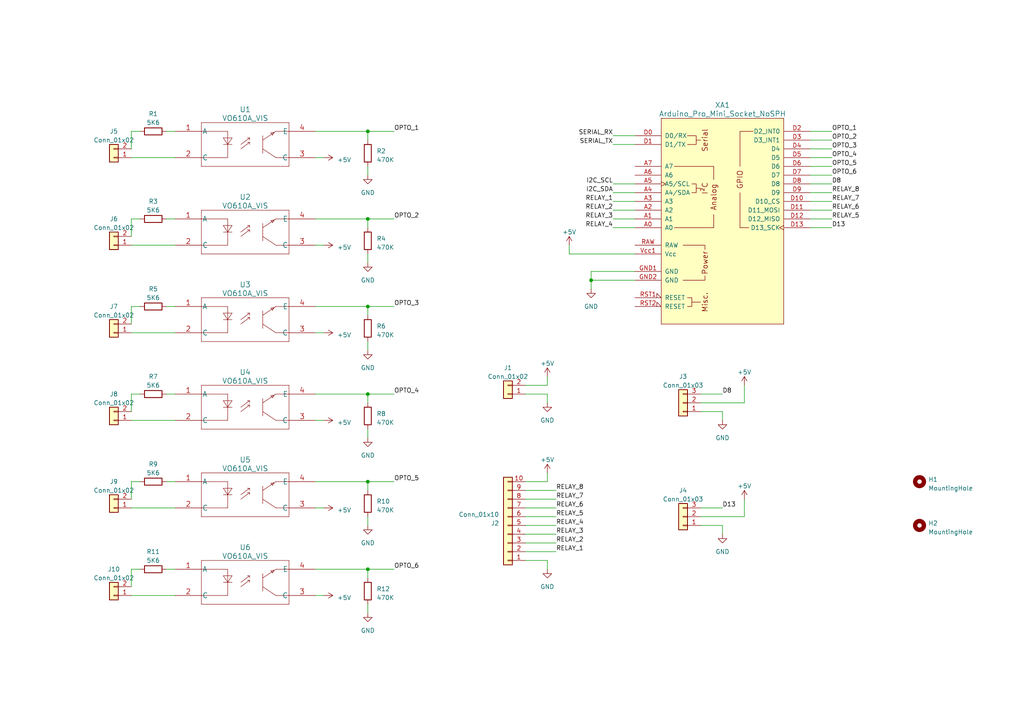
<source format=kicad_sch>
(kicad_sch (version 20230121) (generator eeschema)
  (paper "A4")
  (lib_symbols
    (symbol "2023-05-07_10-35-36:VO610A_VIS" (pin_names (offset 0.254))
      (property "Reference" "U" (at 20.32 7.62 0))
      (property "Value" "VO610A_VIS" (at 20.32 5.08 0))
      (symbol "VO610A_VIS_1_1"
        (polyline (pts (xy 7.62 -10.16) (xy 33.02 -10.16)) (stroke (width 0.127)))
        (polyline (pts (xy 7.62 0) (xy 15.24 0)) (stroke (width 0.127)))
        (polyline (pts (xy 7.62 2.54) (xy 7.62 -10.16)) (stroke (width 0.127)))
        (polyline (pts (xy 13.97 -3.81) (xy 16.51 -3.81)) (stroke (width 0.127)))
        (polyline (pts (xy 13.97 -1.905) (xy 16.51 -1.905)) (stroke (width 0.127)))
        (polyline (pts (xy 15.24 -7.62) (xy 7.62 -7.62)) (stroke (width 0.127)))
        (polyline (pts (xy 15.24 -3.81) (xy 13.97 -1.905)) (stroke (width 0.127)))
        (polyline (pts (xy 15.24 0) (xy 15.24 -7.62)) (stroke (width 0.127)))
        (polyline (pts (xy 16.51 -1.905) (xy 15.24 -3.81)) (stroke (width 0.127)))
        (polyline (pts (xy 19.05 -5.08) (xy 21.59 -3.175)) (stroke (width 0.127)))
        (polyline (pts (xy 19.05 -3.81) (xy 21.59 -1.905)) (stroke (width 0.127)))
        (polyline (pts (xy 21.59 -3.175) (xy 20.955 -3.175)) (stroke (width 0.127)))
        (polyline (pts (xy 21.59 -3.175) (xy 21.59 -3.81)) (stroke (width 0.127)))
        (polyline (pts (xy 21.59 -1.905) (xy 20.955 -1.905)) (stroke (width 0.127)))
        (polyline (pts (xy 21.59 -1.905) (xy 21.59 -2.54)) (stroke (width 0.127)))
        (polyline (pts (xy 25.4 -2.54) (xy 29.21 0)) (stroke (width 0.127)))
        (polyline (pts (xy 25.4 -1.27) (xy 25.4 -6.35)) (stroke (width 0.127)))
        (polyline (pts (xy 28.2448 -1.0922) (xy 27.7622 -0.4572)) (stroke (width 0.127)))
        (polyline (pts (xy 28.7274 -0.3048) (xy 27.7622 -0.4572)) (stroke (width 0.127)))
        (polyline (pts (xy 28.7274 -0.3048) (xy 28.2448 -1.0922)) (stroke (width 0.127)))
        (polyline (pts (xy 29.21 -7.62) (xy 25.4 -5.08)) (stroke (width 0.127)))
        (polyline (pts (xy 33.02 -10.16) (xy 33.02 2.54)) (stroke (width 0.127)))
        (polyline (pts (xy 33.02 -7.62) (xy 29.21 -7.62)) (stroke (width 0.127)))
        (polyline (pts (xy 33.02 0) (xy 29.21 0)) (stroke (width 0.127)))
        (polyline (pts (xy 33.02 2.54) (xy 7.62 2.54)) (stroke (width 0.127)))
        (pin unspecified line (at 0 0 0) (length 7.62) (name "A") (number "1"))
        (pin unspecified line (at 0 -7.62 0) (length 7.62) (name "C") (number "2"))
        (pin unspecified line (at 40.64 -7.62 180) (length 7.62) (name "C") (number "3"))
        (pin unspecified line (at 40.64 0 180) (length 7.62) (name "E") (number "4"))
      )
    )
    (symbol "Connector_Generic:Conn_01x02" (pin_names (offset 1.016) hide)
      (property "Reference" "J" (at 0 2.54 0))
      (property "Value" "Conn_01x02" (at 0 -5.08 0))
      (symbol "Conn_01x02_1_1"
        (rectangle (start -1.27 -2.413) (end 0 -2.667) (stroke (width 0.1524)))
        (rectangle (start -1.27 0.127) (end 0 -0.127) (stroke (width 0.1524)))
        (rectangle (start -1.27 1.27) (end 1.27 -3.81) (stroke (width 0.254)) (fill (type background)))
        (pin passive line (at -5.08 0 0) (length 3.81) (name "Pin_1") (number "1"))
        (pin passive line (at -5.08 -2.54 0) (length 3.81) (name "Pin_2") (number "2"))
      )
    )
    (symbol "Connector_Generic:Conn_01x03" (pin_names (offset 1.016) hide)
      (property "Reference" "J" (at 0 5.08 0))
      (property "Value" "Conn_01x03" (at 0 -5.08 0))
      (symbol "Conn_01x03_1_1"
        (rectangle (start -1.27 -2.413) (end 0 -2.667) (stroke (width 0.1524)))
        (rectangle (start -1.27 0.127) (end 0 -0.127) (stroke (width 0.1524)))
        (rectangle (start -1.27 2.667) (end 0 2.413) (stroke (width 0.1524)))
        (rectangle (start -1.27 3.81) (end 1.27 -3.81) (stroke (width 0.254)) (fill (type background)))
        (pin passive line (at -5.08 2.54 0) (length 3.81) (name "Pin_1") (number "1"))
        (pin passive line (at -5.08 0 0) (length 3.81) (name "Pin_2") (number "2"))
        (pin passive line (at -5.08 -2.54 0) (length 3.81) (name "Pin_3") (number "3"))
      )
    )
    (symbol "Connector_Generic:Conn_01x10" (pin_names (offset 1.016) hide)
      (property "Reference" "J" (at 0 12.7 0))
      (property "Value" "Conn_01x10" (at 0 -15.24 0))
      (symbol "Conn_01x10_1_1"
        (rectangle (start -1.27 -12.573) (end 0 -12.827) (stroke (width 0.1524)))
        (rectangle (start -1.27 -10.033) (end 0 -10.287) (stroke (width 0.1524)))
        (rectangle (start -1.27 -7.493) (end 0 -7.747) (stroke (width 0.1524)))
        (rectangle (start -1.27 -4.953) (end 0 -5.207) (stroke (width 0.1524)))
        (rectangle (start -1.27 -2.413) (end 0 -2.667) (stroke (width 0.1524)))
        (rectangle (start -1.27 0.127) (end 0 -0.127) (stroke (width 0.1524)))
        (rectangle (start -1.27 2.667) (end 0 2.413) (stroke (width 0.1524)))
        (rectangle (start -1.27 5.207) (end 0 4.953) (stroke (width 0.1524)))
        (rectangle (start -1.27 7.747) (end 0 7.493) (stroke (width 0.1524)))
        (rectangle (start -1.27 10.287) (end 0 10.033) (stroke (width 0.1524)))
        (rectangle (start -1.27 11.43) (end 1.27 -13.97) (stroke (width 0.254)) (fill (type background)))
        (pin passive line (at -5.08 10.16 0) (length 3.81) (name "Pin_1") (number "1"))
        (pin passive line (at -5.08 -12.7 0) (length 3.81) (name "Pin_10") (number "10"))
        (pin passive line (at -5.08 7.62 0) (length 3.81) (name "Pin_2") (number "2"))
        (pin passive line (at -5.08 5.08 0) (length 3.81) (name "Pin_3") (number "3"))
        (pin passive line (at -5.08 2.54 0) (length 3.81) (name "Pin_4") (number "4"))
        (pin passive line (at -5.08 0 0) (length 3.81) (name "Pin_5") (number "5"))
        (pin passive line (at -5.08 -2.54 0) (length 3.81) (name "Pin_6") (number "6"))
        (pin passive line (at -5.08 -5.08 0) (length 3.81) (name "Pin_7") (number "7"))
        (pin passive line (at -5.08 -7.62 0) (length 3.81) (name "Pin_8") (number "8"))
        (pin passive line (at -5.08 -10.16 0) (length 3.81) (name "Pin_9") (number "9"))
      )
    )
    (symbol "Device:R" (pin_numbers hide) (pin_names (offset 0))
      (property "Reference" "R" (at 2.032 0 90))
      (property "Value" "R" (at 0 0 90))
      (symbol "R_0_1"
        (rectangle (start -1.016 -2.54) (end 1.016 2.54) (stroke (width 0.254)))
      )
      (symbol "R_1_1"
        (pin passive line (at 0 3.81 270) (length 1.27) (name "~") (number "1"))
        (pin passive line (at 0 -3.81 90) (length 1.27) (name "~") (number "2"))
      )
    )
    (symbol "Mechanical:MountingHole" (pin_names (offset 1.016))
      (property "Reference" "H" (at 0 5.08 0))
      (property "Value" "MountingHole" (at 0 3.175 0))
      (symbol "MountingHole_0_1"
        (circle (center 0 0) (radius 1.27) (stroke (width 1.27)))
      )
    )
    (symbol "PCM_arduino-library:Arduino_Pro_Mini_Socket_NoSPH" (pin_names (offset 1.016))
      (property "Reference" "XA" (at 0 36.83 0))
      (property "Value" "Arduino_Pro_Mini_Socket_NoSPH" (at 0 33.02 0))
      (symbol "Arduino_Pro_Mini_Socket_NoSPH_0_0"
        (rectangle (start -17.78 30.48) (end 17.78 -29.21) (fill (type background)))
        (polyline (pts (xy -7.62 10.16) (xy -6.35 10.16)))
        (polyline (pts (xy -7.62 24.13) (xy -6.35 24.13)))
        (polyline (pts (xy -6.35 -22.86) (xy -8.89 -22.86)))
        (polyline (pts (xy -11.43 -16.51) (xy -5.08 -16.51) (xy -5.08 -15.24)))
        (polyline (pts (xy -5.08 -7.62) (xy -5.08 -6.35) (xy -11.43 -6.35)))
        (polyline (pts (xy -2.54 2.54) (xy -2.54 -1.27) (xy -13.97 -1.27)))
        (polyline (pts (xy -2.54 12.7) (xy -2.54 16.51) (xy -13.97 16.51)))
        (polyline (pts (xy -10.16 25.4) (xy -7.62 25.4) (xy -7.62 22.86) (xy -10.16 22.86)))
        (polyline (pts (xy -8.89 11.43) (xy -7.62 11.43) (xy -7.62 8.89) (xy -8.89 8.89)))
        (text "Analog" (at -2.54 7.62 900) (effects (font (size 1.524 1.524))))
        (text "I²C" (at -5.08 10.16 900) (effects (font (size 1.524 1.524))))
        (text "Misc." (at -5.08 -22.86 900) (effects (font (size 1.524 1.524))))
        (text "Power" (at -5.08 -11.43 900) (effects (font (size 1.524 1.524))))
        (text "Serial" (at -5.08 24.13 900) (effects (font (size 1.524 1.524))))
      )
      (symbol "Arduino_Pro_Mini_Socket_NoSPH_0_1"
        (polyline (pts (xy 7.62 -1.27) (xy 5.08 -1.27) (xy 5.08 8.89)))
        (polyline (pts (xy 8.89 26.67) (xy 5.08 26.67) (xy 5.08 16.51)))
        (polyline (pts (xy -10.16 -24.13) (xy -8.89 -24.13) (xy -8.89 -21.59) (xy -10.16 -21.59)))
      )
      (symbol "Arduino_Pro_Mini_Socket_NoSPH_1_0"
        (text "GPIO" (at 5.08 12.7 900) (effects (font (size 1.524 1.524))))
      )
      (symbol "Arduino_Pro_Mini_Socket_NoSPH_1_1"
        (pin bidirectional line (at -25.4 -1.27 0) (length 7.62) (name "A0") (number "A0"))
        (pin bidirectional line (at -25.4 1.27 0) (length 7.62) (name "A1") (number "A1"))
        (pin bidirectional line (at -25.4 3.81 0) (length 7.62) (name "A2") (number "A2"))
        (pin bidirectional line (at -25.4 6.35 0) (length 7.62) (name "A3") (number "A3"))
        (pin bidirectional line (at -25.4 8.89 0) (length 7.62) (name "A4/SDA") (number "A4"))
        (pin bidirectional clock (at -25.4 11.43 0) (length 7.62) (name "A5/SCL") (number "A5"))
        (pin input line (at -25.4 13.97 0) (length 7.62) (name "A6") (number "A6"))
        (pin input line (at -25.4 16.51 0) (length 7.62) (name "A7") (number "A7"))
        (pin bidirectional line (at -25.4 25.4 0) (length 7.62) (name "D0/RX") (number "D0"))
        (pin bidirectional line (at -25.4 22.86 0) (length 7.62) (name "D1/TX") (number "D1"))
        (pin bidirectional line (at 25.4 6.35 180) (length 7.62) (name "D10_CS") (number "D10"))
        (pin bidirectional line (at 25.4 3.81 180) (length 7.62) (name "D11_MOSI") (number "D11"))
        (pin bidirectional line (at 25.4 1.27 180) (length 7.62) (name "D12_MISO") (number "D12"))
        (pin bidirectional clock (at 25.4 -1.27 180) (length 7.62) (name "D13_SCK") (number "D13"))
        (pin bidirectional line (at 25.4 26.67 180) (length 7.62) (name "D2_INT0") (number "D2"))
        (pin bidirectional line (at 25.4 24.13 180) (length 7.62) (name "D3_INT1") (number "D3"))
        (pin bidirectional line (at 25.4 21.59 180) (length 7.62) (name "D4") (number "D4"))
        (pin bidirectional line (at 25.4 19.05 180) (length 7.62) (name "D5") (number "D5"))
        (pin bidirectional line (at 25.4 16.51 180) (length 7.62) (name "D6") (number "D6"))
        (pin bidirectional line (at 25.4 13.97 180) (length 7.62) (name "D7") (number "D7"))
        (pin bidirectional line (at 25.4 11.43 180) (length 7.62) (name "D8") (number "D8"))
        (pin bidirectional line (at 25.4 8.89 180) (length 7.62) (name "D9") (number "D9"))
        (pin power_in line (at -25.4 -13.97 0) (length 7.62) (name "GND") (number "GND1"))
        (pin power_in line (at -25.4 -16.51 0) (length 7.62) (name "GND") (number "GND2"))
        (pin power_in line (at -25.4 -6.35 0) (length 7.62) (name "RAW") (number "RAW"))
        (pin open_collector input_low (at -25.4 -21.59 0) (length 7.62) (name "RESET") (number "RST1"))
        (pin open_collector input_low (at -25.4 -24.13 0) (length 7.62) (name "RESET") (number "RST2"))
        (pin power_in line (at -25.4 -8.89 0) (length 7.62) (name "Vcc") (number "Vcc1"))
      )
    )
    (symbol "power:+5V" (power) (pin_names (offset 0))
      (property "Value" "+5V" (at 0 3.556 0))
      (symbol "+5V_0_1"
        (polyline (pts (xy -0.762 1.27) (xy 0 2.54)))
        (polyline (pts (xy 0 0) (xy 0 2.54)))
        (polyline (pts (xy 0 2.54) (xy 0.762 1.27)))
      )
      (symbol "+5V_1_1"
        (pin power_in line (at 0 0 90) (length 0) hide (name "+5V") (number "1"))
      )
    )
    (symbol "power:GND" (power) (pin_names (offset 0))
      (property "Value" "GND" (at 0 -3.81 0))
      (symbol "GND_0_1"
        (polyline (pts (xy 0 0) (xy 0 -1.27) (xy 1.27 -1.27) (xy 0 -2.54) (xy -1.27 -1.27) (xy 0 -1.27)))
      )
      (symbol "GND_1_1"
        (pin power_in line (at 0 0 270) (length 0) hide (name "GND") (number "1"))
      )
    )
  )
  (junction (at 106.68 88.9))
  (junction (at 106.68 165.1))
  (junction (at 106.68 114.3))
  (junction (at 171.45 81.28))
  (junction (at 106.68 139.7))
  (junction (at 106.68 63.5))
  (junction (at 106.68 38.1))
  (wire (pts (xy 48.26 38.1) (xy 50.8 38.1)))
  (wire (pts (xy 106.68 165.1) (xy 114.3 165.1)))
  (wire (pts (xy 161.29 142.24) (xy 152.4 142.24)))
  (wire (pts (xy 177.8 60.96) (xy 184.15 60.96)))
  (wire (pts (xy 38.1 96.52) (xy 50.8 96.52)))
  (wire (pts (xy 158.75 139.7) (xy 158.75 137.16)))
  (wire (pts (xy 91.44 139.7) (xy 106.68 139.7)))
  (wire (pts (xy 152.4 154.94) (xy 161.29 154.94)))
  (wire (pts (xy 234.95 66.04) (xy 241.3 66.04)))
  (wire (pts (xy 171.45 81.28) (xy 184.15 81.28)))
  (wire (pts (xy 106.68 139.7) (xy 114.3 139.7)))
  (wire (pts (xy 91.44 63.5) (xy 106.68 63.5)))
  (wire (pts (xy 184.15 73.66) (xy 165.1 73.66)))
  (wire (pts (xy 38.1 71.12) (xy 50.8 71.12)))
  (wire (pts (xy 177.8 55.88) (xy 184.15 55.88)))
  (wire (pts (xy 48.26 88.9) (xy 50.8 88.9)))
  (wire (pts (xy 158.75 114.3) (xy 158.75 116.84)))
  (wire (pts (xy 171.45 81.28) (xy 171.45 83.82)))
  (wire (pts (xy 234.95 45.72) (xy 241.3 45.72)))
  (wire (pts (xy 91.44 96.52) (xy 93.98 96.52)))
  (wire (pts (xy 177.8 41.91) (xy 184.15 41.91)))
  (wire (pts (xy 40.64 165.1) (xy 38.1 165.1)))
  (wire (pts (xy 106.68 175.26) (xy 106.68 177.8)))
  (wire (pts (xy 38.1 88.9) (xy 38.1 93.98)))
  (wire (pts (xy 234.95 40.64) (xy 241.3 40.64)))
  (wire (pts (xy 177.8 58.42) (xy 184.15 58.42)))
  (wire (pts (xy 203.2 152.4) (xy 209.55 152.4)))
  (wire (pts (xy 234.95 53.34) (xy 241.3 53.34)))
  (wire (pts (xy 40.64 88.9) (xy 38.1 88.9)))
  (wire (pts (xy 48.26 63.5) (xy 50.8 63.5)))
  (wire (pts (xy 38.1 63.5) (xy 38.1 68.58)))
  (wire (pts (xy 38.1 121.92) (xy 50.8 121.92)))
  (wire (pts (xy 91.44 121.92) (xy 93.98 121.92)))
  (wire (pts (xy 177.8 39.37) (xy 184.15 39.37)))
  (wire (pts (xy 106.68 165.1) (xy 106.68 167.64)))
  (wire (pts (xy 48.26 165.1) (xy 50.8 165.1)))
  (wire (pts (xy 234.95 58.42) (xy 241.3 58.42)))
  (wire (pts (xy 106.68 114.3) (xy 114.3 114.3)))
  (wire (pts (xy 171.45 78.74) (xy 184.15 78.74)))
  (wire (pts (xy 106.68 88.9) (xy 114.3 88.9)))
  (wire (pts (xy 106.68 63.5) (xy 114.3 63.5)))
  (wire (pts (xy 91.44 147.32) (xy 93.98 147.32)))
  (wire (pts (xy 106.68 48.26) (xy 106.68 50.8)))
  (wire (pts (xy 152.4 114.3) (xy 158.75 114.3)))
  (wire (pts (xy 158.75 162.56) (xy 158.75 165.1)))
  (wire (pts (xy 106.68 73.66) (xy 106.68 76.2)))
  (wire (pts (xy 106.68 139.7) (xy 106.68 142.24)))
  (wire (pts (xy 91.44 165.1) (xy 106.68 165.1)))
  (wire (pts (xy 234.95 43.18) (xy 241.3 43.18)))
  (wire (pts (xy 152.4 152.4) (xy 161.29 152.4)))
  (wire (pts (xy 106.68 99.06) (xy 106.68 101.6)))
  (wire (pts (xy 234.95 60.96) (xy 241.3 60.96)))
  (wire (pts (xy 91.44 114.3) (xy 106.68 114.3)))
  (wire (pts (xy 234.95 38.1) (xy 241.3 38.1)))
  (wire (pts (xy 209.55 119.38) (xy 209.55 121.92)))
  (wire (pts (xy 48.26 139.7) (xy 50.8 139.7)))
  (wire (pts (xy 161.29 147.32) (xy 152.4 147.32)))
  (wire (pts (xy 91.44 71.12) (xy 93.98 71.12)))
  (wire (pts (xy 215.9 144.78) (xy 215.9 149.86)))
  (wire (pts (xy 203.2 116.84) (xy 215.9 116.84)))
  (wire (pts (xy 106.68 63.5) (xy 106.68 66.04)))
  (wire (pts (xy 106.68 38.1) (xy 106.68 40.64)))
  (wire (pts (xy 106.68 114.3) (xy 106.68 116.84)))
  (wire (pts (xy 215.9 116.84) (xy 215.9 111.76)))
  (wire (pts (xy 38.1 38.1) (xy 38.1 43.18)))
  (wire (pts (xy 38.1 45.72) (xy 50.8 45.72)))
  (wire (pts (xy 203.2 147.32) (xy 209.55 147.32)))
  (wire (pts (xy 91.44 172.72) (xy 93.98 172.72)))
  (wire (pts (xy 177.8 66.04) (xy 184.15 66.04)))
  (wire (pts (xy 91.44 88.9) (xy 106.68 88.9)))
  (wire (pts (xy 38.1 114.3) (xy 38.1 119.38)))
  (wire (pts (xy 177.8 63.5) (xy 184.15 63.5)))
  (wire (pts (xy 38.1 147.32) (xy 50.8 147.32)))
  (wire (pts (xy 40.64 114.3) (xy 38.1 114.3)))
  (wire (pts (xy 234.95 55.88) (xy 241.3 55.88)))
  (wire (pts (xy 48.26 114.3) (xy 50.8 114.3)))
  (wire (pts (xy 203.2 119.38) (xy 209.55 119.38)))
  (wire (pts (xy 91.44 45.72) (xy 93.98 45.72)))
  (wire (pts (xy 106.68 88.9) (xy 106.68 91.44)))
  (wire (pts (xy 40.64 139.7) (xy 38.1 139.7)))
  (wire (pts (xy 158.75 111.76) (xy 152.4 111.76)))
  (wire (pts (xy 234.95 63.5) (xy 241.3 63.5)))
  (wire (pts (xy 165.1 73.66) (xy 165.1 71.12)))
  (wire (pts (xy 152.4 160.02) (xy 161.29 160.02)))
  (wire (pts (xy 158.75 109.22) (xy 158.75 111.76)))
  (wire (pts (xy 40.64 38.1) (xy 38.1 38.1)))
  (wire (pts (xy 106.68 38.1) (xy 114.3 38.1)))
  (wire (pts (xy 152.4 157.48) (xy 161.29 157.48)))
  (wire (pts (xy 152.4 162.56) (xy 158.75 162.56)))
  (wire (pts (xy 38.1 172.72) (xy 50.8 172.72)))
  (wire (pts (xy 171.45 78.74) (xy 171.45 81.28)))
  (wire (pts (xy 161.29 144.78) (xy 152.4 144.78)))
  (wire (pts (xy 203.2 114.3) (xy 209.55 114.3)))
  (wire (pts (xy 234.95 50.8) (xy 241.3 50.8)))
  (wire (pts (xy 209.55 152.4) (xy 209.55 154.94)))
  (wire (pts (xy 106.68 124.46) (xy 106.68 127)))
  (wire (pts (xy 91.44 38.1) (xy 106.68 38.1)))
  (wire (pts (xy 152.4 139.7) (xy 158.75 139.7)))
  (wire (pts (xy 40.64 63.5) (xy 38.1 63.5)))
  (wire (pts (xy 203.2 149.86) (xy 215.9 149.86)))
  (wire (pts (xy 177.8 53.34) (xy 184.15 53.34)))
  (wire (pts (xy 38.1 165.1) (xy 38.1 170.18)))
  (wire (pts (xy 161.29 149.86) (xy 152.4 149.86)))
  (wire (pts (xy 106.68 149.86) (xy 106.68 152.4)))
  (wire (pts (xy 38.1 139.7) (xy 38.1 144.78)))
  (wire (pts (xy 234.95 48.26) (xy 241.3 48.26)))
  (label "OPTO_1" (at 114.3 38.1 0))
  (label "OPTO_6" (at 241.3 50.8 0))
  (label "RELAY_2" (at 177.8 60.96 180))
  (label "RELAY_7" (at 161.29 144.78 0))
  (label "OPTO_5" (at 114.3 139.7 0))
  (label "OPTO_4" (at 241.3 45.72 0))
  (label "RELAY_1" (at 161.29 160.02 0))
  (label "OPTO_2" (at 241.3 40.64 0))
  (label "RELAY_4" (at 161.29 152.4 0))
  (label "RELAY_5" (at 161.29 149.86 0))
  (label "OPTO_6" (at 114.3 165.1 0))
  (label "D8" (at 241.3 53.34 0))
  (label "D8" (at 209.55 114.3 0))
  (label "RELAY_6" (at 241.3 60.96 0))
  (label "RELAY_6" (at 161.29 147.32 0))
  (label "OPTO_5" (at 241.3 48.26 0))
  (label "OPTO_1" (at 241.3 38.1 0))
  (label "RELAY_3" (at 161.29 154.94 0))
  (label "OPTO_4" (at 114.3 114.3 0))
  (label "RELAY_5" (at 241.3 63.5 0))
  (label "D13" (at 241.3 66.04 0))
  (label "D13" (at 209.55 147.32 0))
  (label "OPTO_3" (at 114.3 88.9 0))
  (label "SERIAL_TX" (at 177.8 41.91 180))
  (label "I2C_SCL" (at 177.8 53.34 180))
  (label "RELAY_4" (at 177.8 66.04 180))
  (label "OPTO_3" (at 241.3 43.18 0))
  (label "SERIAL_RX" (at 177.8 39.37 180))
  (label "RELAY_7" (at 241.3 58.42 0))
  (label "RELAY_1" (at 177.8 58.42 180))
  (label "RELAY_2" (at 161.29 157.48 0))
  (label "OPTO_2" (at 114.3 63.5 0))
  (label "I2C_SDA" (at 177.8 55.88 180))
  (label "RELAY_8" (at 161.29 142.24 0))
  (label "RELAY_3" (at 177.8 63.5 180))
  (label "RELAY_8" (at 241.3 55.88 0))
  (symbol (lib_id "Connector_Generic:Conn_01x02") (at 33.02 71.12 180) (unit 1)
    (property "Reference" "J6" (at 33.02 63.5 0))
    (property "Value" "Conn_01x02" (at 33.02 66.04 0))
    (property "Footprint" "Connector_PinHeader_2.54mm:PinHeader_1x02_P2.54mm_Vertical" (effects hide))
  )
  (symbol (lib_id "2023-05-07_10-35-36:VO610A_VIS") (at 50.8 63.5 0) (unit 1)
    (property "Reference" "U2" (at 71.12 57.15 0) (effects (font (size 1.524 1.524))))
    (property "Value" "VO610A_VIS" (at 71.12 59.69 0) (effects (font (size 1.524 1.524))))
    (property "Footprint" "2023-05-07_10-35-36:VO610A-3" (effects hide))
  )
  (symbol (lib_id "Device:R") (at 106.68 95.25 0) (unit 1)
    (property "Reference" "R6" (at 109.22 94.615 0) (effects (justify left)))
    (property "Value" "470K" (at 109.22 97.155 0) (effects (justify left)))
    (property "Footprint" "Resistor_THT:R_Axial_DIN0207_L6.3mm_D2.5mm_P2.54mm_Vertical" (effects hide))
  )
  (symbol (lib_id "Device:R") (at 44.45 88.9 270) (unit 1)
    (property "Reference" "R5" (at 44.45 83.82 90))
    (property "Value" "5K6" (at 44.45 86.36 90))
    (property "Footprint" "Resistor_THT:R_Axial_DIN0207_L6.3mm_D2.5mm_P2.54mm_Vertical" (effects hide))
  )
  (symbol (lib_id "power:GND") (at 106.68 76.2 0) (unit 1)
    (property "Reference" "#PWR013" (effects hide))
    (property "Value" "GND" (at 106.68 81.28 0))
  )
  (symbol (lib_id "Connector_Generic:Conn_01x02") (at 33.02 147.32 180) (unit 1)
    (property "Reference" "J9" (at 33.02 139.7 0))
    (property "Value" "Conn_01x02" (at 33.02 142.24 0))
    (property "Footprint" "Connector_PinHeader_2.54mm:PinHeader_1x02_P2.54mm_Vertical" (effects hide))
  )
  (symbol (lib_id "2023-05-07_10-35-36:VO610A_VIS") (at 50.8 88.9 0) (unit 1)
    (property "Reference" "U3" (at 71.12 82.55 0) (effects (font (size 1.524 1.524))))
    (property "Value" "VO610A_VIS" (at 71.12 85.09 0) (effects (font (size 1.524 1.524))))
    (property "Footprint" "2023-05-07_10-35-36:VO610A-3" (effects hide))
  )
  (symbol (lib_id "power:GND") (at 106.68 127 0) (unit 1)
    (property "Reference" "#PWR018" (effects hide))
    (property "Value" "GND" (at 106.68 132.08 0))
  )
  (symbol (lib_id "Connector_Generic:Conn_01x02") (at 147.32 114.3 180) (unit 1)
    (property "Reference" "J1" (at 147.32 106.68 0))
    (property "Value" "Conn_01x02" (at 147.32 109.22 0))
    (property "Footprint" "Connector_PinHeader_2.54mm:PinHeader_1x02_P2.54mm_Vertical" (effects hide))
  )
  (symbol (lib_id "power:GND") (at 209.55 121.92 0) (unit 1)
    (property "Reference" "#PWR08" (effects hide))
    (property "Value" "GND" (at 209.55 127 0))
  )
  (symbol (lib_id "Mechanical:MountingHole") (at 266.7 152.4 0) (unit 1)
    (property "Reference" "H2" (at 269.24 151.765 0) (effects (justify left)))
    (property "Value" "MountingHole" (at 269.24 154.305 0) (effects (justify left)))
    (property "Footprint" "MountingHole:MountingHole_4mm" (effects hide))
  )
  (symbol (lib_id "power:+5V") (at 93.98 172.72 270) (unit 1)
    (property "Reference" "#PWR021" (effects hide))
    (property "Value" "+5V" (at 97.79 173.355 90) (effects (justify left)))
  )
  (symbol (lib_id "Device:R") (at 106.68 69.85 0) (unit 1)
    (property "Reference" "R4" (at 109.22 69.215 0) (effects (justify left)))
    (property "Value" "470K" (at 109.22 71.755 0) (effects (justify left)))
    (property "Footprint" "Resistor_THT:R_Axial_DIN0207_L6.3mm_D2.5mm_P2.54mm_Vertical" (effects hide))
  )
  (symbol (lib_id "power:GND") (at 171.45 83.82 0) (unit 1)
    (property "Reference" "#PWR01" (effects hide))
    (property "Value" "GND" (at 171.45 88.9 0))
  )
  (symbol (lib_id "2023-05-07_10-35-36:VO610A_VIS") (at 50.8 114.3 0) (unit 1)
    (property "Reference" "U4" (at 71.12 107.95 0) (effects (font (size 1.524 1.524))))
    (property "Value" "VO610A_VIS" (at 71.12 110.49 0) (effects (font (size 1.524 1.524))))
    (property "Footprint" "2023-05-07_10-35-36:VO610A-3" (effects hide))
  )
  (symbol (lib_id "Mechanical:MountingHole") (at 266.7 139.7 0) (unit 1)
    (property "Reference" "H1" (at 269.24 139.065 0) (effects (justify left)))
    (property "Value" "MountingHole" (at 269.24 141.605 0) (effects (justify left)))
    (property "Footprint" "MountingHole:MountingHole_4mm" (effects hide))
  )
  (symbol (lib_id "power:+5V") (at 215.9 144.78 0) (unit 1)
    (property "Reference" "#PWR010" (effects hide))
    (property "Value" "+5V" (at 215.9 140.97 0))
  )
  (symbol (lib_id "Device:R") (at 44.45 38.1 270) (unit 1)
    (property "Reference" "R1" (at 44.45 33.02 90))
    (property "Value" "5K6" (at 44.45 35.56 90))
    (property "Footprint" "Resistor_THT:R_Axial_DIN0207_L6.3mm_D2.5mm_P2.54mm_Vertical" (effects hide))
  )
  (symbol (lib_id "power:GND") (at 158.75 116.84 0) (unit 1)
    (property "Reference" "#PWR03" (effects hide))
    (property "Value" "GND" (at 158.75 121.92 0))
  )
  (symbol (lib_id "Device:R") (at 44.45 165.1 270) (unit 1)
    (property "Reference" "R11" (at 44.45 160.02 90))
    (property "Value" "5K6" (at 44.45 162.56 90))
    (property "Footprint" "Resistor_THT:R_Axial_DIN0207_L6.3mm_D2.5mm_P2.54mm_Vertical" (effects hide))
  )
  (symbol (lib_id "Connector_Generic:Conn_01x03") (at 198.12 149.86 180) (unit 1)
    (property "Reference" "J4" (at 198.12 142.24 0))
    (property "Value" "Conn_01x03" (at 198.12 144.78 0))
    (property "Footprint" "Connector_PinHeader_2.54mm:PinHeader_1x03_P2.54mm_Vertical" (effects hide))
  )
  (symbol (lib_id "power:GND") (at 106.68 101.6 0) (unit 1)
    (property "Reference" "#PWR015" (effects hide))
    (property "Value" "GND" (at 106.68 106.68 0))
  )
  (symbol (lib_id "power:+5V") (at 158.75 109.22 0) (unit 1)
    (property "Reference" "#PWR02" (effects hide))
    (property "Value" "+5V" (at 158.75 105.41 0))
  )
  (symbol (lib_id "Connector_Generic:Conn_01x02") (at 33.02 45.72 180) (unit 1)
    (property "Reference" "J5" (at 33.02 38.1 0))
    (property "Value" "Conn_01x02" (at 33.02 40.64 0))
    (property "Footprint" "Connector_PinHeader_2.54mm:PinHeader_1x02_P2.54mm_Vertical" (effects hide))
  )
  (symbol (lib_id "power:+5V") (at 158.75 137.16 0) (unit 1)
    (property "Reference" "#PWR04" (effects hide))
    (property "Value" "+5V" (at 158.75 133.35 0))
  )
  (symbol (lib_id "Device:R") (at 44.45 114.3 270) (unit 1)
    (property "Reference" "R7" (at 44.45 109.22 90))
    (property "Value" "5K6" (at 44.45 111.76 90))
    (property "Footprint" "Resistor_THT:R_Axial_DIN0207_L6.3mm_D2.5mm_P2.54mm_Vertical" (effects hide))
  )
  (symbol (lib_id "Device:R") (at 106.68 44.45 0) (unit 1)
    (property "Reference" "R2" (at 109.22 43.815 0) (effects (justify left)))
    (property "Value" "470K" (at 109.22 46.355 0) (effects (justify left)))
    (property "Footprint" "Resistor_THT:R_Axial_DIN0207_L6.3mm_D2.5mm_P2.54mm_Vertical" (effects hide))
  )
  (symbol (lib_id "Connector_Generic:Conn_01x02") (at 33.02 96.52 180) (unit 1)
    (property "Reference" "J7" (at 33.02 88.9 0))
    (property "Value" "Conn_01x02" (at 33.02 91.44 0))
    (property "Footprint" "Connector_PinHeader_2.54mm:PinHeader_1x02_P2.54mm_Vertical" (effects hide))
  )
  (symbol (lib_id "2023-05-07_10-35-36:VO610A_VIS") (at 50.8 139.7 0) (unit 1)
    (property "Reference" "U5" (at 71.12 133.35 0) (effects (font (size 1.524 1.524))))
    (property "Value" "VO610A_VIS" (at 71.12 135.89 0) (effects (font (size 1.524 1.524))))
    (property "Footprint" "2023-05-07_10-35-36:VO610A-3" (effects hide))
  )
  (symbol (lib_id "power:GND") (at 158.75 165.1 0) (unit 1)
    (property "Reference" "#PWR05" (effects hide))
    (property "Value" "GND" (at 158.75 170.18 0))
  )
  (symbol (lib_id "power:GND") (at 106.68 152.4 0) (unit 1)
    (property "Reference" "#PWR020" (effects hide))
    (property "Value" "GND" (at 106.68 157.48 0))
  )
  (symbol (lib_id "Device:R") (at 106.68 120.65 0) (unit 1)
    (property "Reference" "R8" (at 109.22 120.015 0) (effects (justify left)))
    (property "Value" "470K" (at 109.22 122.555 0) (effects (justify left)))
    (property "Footprint" "Resistor_THT:R_Axial_DIN0207_L6.3mm_D2.5mm_P2.54mm_Vertical" (effects hide))
  )
  (symbol (lib_id "power:GND") (at 106.68 177.8 0) (unit 1)
    (property "Reference" "#PWR022" (effects hide))
    (property "Value" "GND" (at 106.68 182.88 0))
  )
  (symbol (lib_id "power:+5V") (at 93.98 45.72 270) (unit 1)
    (property "Reference" "#PWR011" (effects hide))
    (property "Value" "+5V" (at 97.79 46.355 90) (effects (justify left)))
  )
  (symbol (lib_id "Device:R") (at 44.45 139.7 270) (unit 1)
    (property "Reference" "R9" (at 44.45 134.62 90))
    (property "Value" "5K6" (at 44.45 137.16 90))
    (property "Footprint" "Resistor_THT:R_Axial_DIN0207_L6.3mm_D2.5mm_P2.54mm_Vertical" (effects hide))
  )
  (symbol (lib_id "power:+5V") (at 93.98 71.12 270) (unit 1)
    (property "Reference" "#PWR012" (effects hide))
    (property "Value" "+5V" (at 97.79 71.755 90) (effects (justify left)))
  )
  (symbol (lib_id "Device:R") (at 106.68 171.45 0) (unit 1)
    (property "Reference" "R12" (at 109.22 170.815 0) (effects (justify left)))
    (property "Value" "470K" (at 109.22 173.355 0) (effects (justify left)))
    (property "Footprint" "Resistor_THT:R_Axial_DIN0207_L6.3mm_D2.5mm_P2.54mm_Vertical" (effects hide))
  )
  (symbol (lib_id "power:+5V") (at 93.98 96.52 270) (unit 1)
    (property "Reference" "#PWR014" (effects hide))
    (property "Value" "+5V" (at 97.79 97.155 90) (effects (justify left)))
  )
  (symbol (lib_id "Connector_Generic:Conn_01x03") (at 198.12 116.84 180) (unit 1)
    (property "Reference" "J3" (at 198.12 109.22 0))
    (property "Value" "Conn_01x03" (at 198.12 111.76 0))
    (property "Footprint" "Connector_PinHeader_2.54mm:PinHeader_1x03_P2.54mm_Vertical" (effects hide))
  )
  (symbol (lib_id "power:+5V") (at 93.98 121.92 270) (unit 1)
    (property "Reference" "#PWR016" (effects hide))
    (property "Value" "+5V" (at 97.79 122.555 90) (effects (justify left)))
  )
  (symbol (lib_id "Connector_Generic:Conn_01x02") (at 33.02 172.72 180) (unit 1)
    (property "Reference" "J10" (at 33.02 165.1 0))
    (property "Value" "Conn_01x02" (at 33.02 167.64 0))
    (property "Footprint" "Connector_PinHeader_2.54mm:PinHeader_1x02_P2.54mm_Vertical" (effects hide))
  )
  (symbol (lib_id "power:GND") (at 106.68 50.8 0) (unit 1)
    (property "Reference" "#PWR017" (effects hide))
    (property "Value" "GND" (at 106.68 55.88 0))
  )
  (symbol (lib_id "power:+5V") (at 165.1 71.12 0) (unit 1)
    (property "Reference" "#PWR06" (effects hide))
    (property "Value" "+5V" (at 165.1 67.31 0))
  )
  (symbol (lib_id "2023-05-07_10-35-36:VO610A_VIS") (at 50.8 38.1 0) (unit 1)
    (property "Reference" "U1" (at 71.12 31.75 0) (effects (font (size 1.524 1.524))))
    (property "Value" "VO610A_VIS" (at 71.12 34.29 0) (effects (font (size 1.524 1.524))))
    (property "Footprint" "2023-05-07_10-35-36:VO610A-3" (effects hide))
  )
  (symbol (lib_id "Connector_Generic:Conn_01x02") (at 33.02 121.92 180) (unit 1)
    (property "Reference" "J8" (at 33.02 114.3 0))
    (property "Value" "Conn_01x02" (at 33.02 116.84 0))
    (property "Footprint" "Connector_PinHeader_2.54mm:PinHeader_1x02_P2.54mm_Vertical" (effects hide))
  )
  (symbol (lib_id "power:+5V") (at 215.9 111.76 0) (unit 1)
    (property "Reference" "#PWR09" (effects hide))
    (property "Value" "+5V" (at 215.9 107.95 0))
  )
  (symbol (lib_id "power:+5V") (at 93.98 147.32 270) (unit 1)
    (property "Reference" "#PWR019" (effects hide))
    (property "Value" "+5V" (at 97.79 147.955 90) (effects (justify left)))
  )
  (symbol (lib_id "2023-05-07_10-35-36:VO610A_VIS") (at 50.8 165.1 0) (unit 1)
    (property "Reference" "U6" (at 71.12 158.75 0) (effects (font (size 1.524 1.524))))
    (property "Value" "VO610A_VIS" (at 71.12 161.29 0) (effects (font (size 1.524 1.524))))
    (property "Footprint" "2023-05-07_10-35-36:VO610A-3" (effects hide))
  )
  (symbol (lib_id "Connector_Generic:Conn_01x10") (at 147.32 152.4 180) (unit 1)
    (property "Reference" "J2" (at 144.78 151.765 0) (effects (justify left)))
    (property "Value" "Conn_01x10" (at 144.78 149.225 0) (effects (justify left)))
    (property "Footprint" "Connector_PinSocket_2.54mm:PinSocket_1x10_P2.54mm_Vertical" (effects hide))
  )
  (symbol (lib_id "Device:R") (at 44.45 63.5 270) (unit 1)
    (property "Reference" "R3" (at 44.45 58.42 90))
    (property "Value" "5K6" (at 44.45 60.96 90))
    (property "Footprint" "Resistor_THT:R_Axial_DIN0207_L6.3mm_D2.5mm_P2.54mm_Vertical" (effects hide))
  )
  (symbol (lib_id "PCM_arduino-library:Arduino_Pro_Mini_Socket_NoSPH") (at 209.55 64.77 0) (unit 1)
    (property "Reference" "XA1" (at 209.55 30.48 0) (effects (font (size 1.524 1.524))))
    (property "Value" "Arduino_Pro_Mini_Socket_NoSPH" (at 209.55 33.02 0) (effects (font (size 1.524 1.524))))
    (property "Footprint" "PCM_arduino-library:Arduino_Pro_Mini_Socket_NoSPH" (effects hide))
    (property "Datasheet" "https://docs.arduino.cc/retired/boards/arduino-pro-mini" (effects hide))
  )
  (symbol (lib_id "Device:R") (at 106.68 146.05 0) (unit 1)
    (property "Reference" "R10" (at 109.22 145.415 0) (effects (justify left)))
    (property "Value" "470K" (at 109.22 147.955 0) (effects (justify left)))
    (property "Footprint" "Resistor_THT:R_Axial_DIN0207_L6.3mm_D2.5mm_P2.54mm_Vertical" (effects hide))
  )
  (symbol (lib_id "power:GND") (at 209.55 154.94 0) (unit 1)
    (property "Reference" "#PWR07" (effects hide))
    (property "Value" "GND" (at 209.55 160.02 0))
  )
)
</source>
